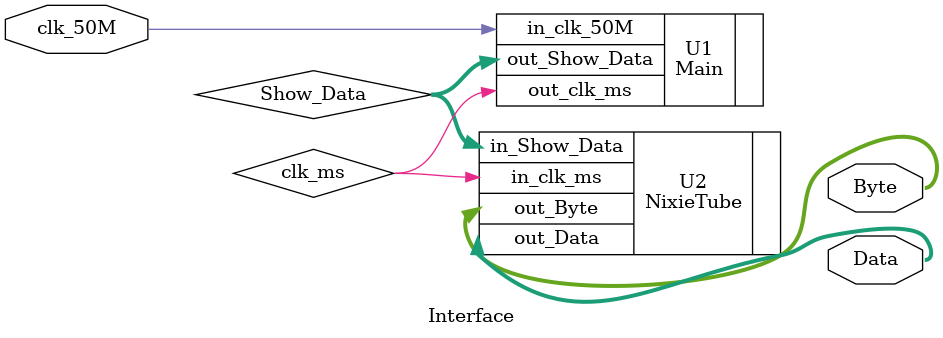
<source format=v>
/*******************************(C) COPYRIGHT 2016 Wind（谢玉伸）*********************************/
/**============================================================================
* @FileName    : Interface.v
* @Description : 顶层接口
* @Date        : 2016/10/27
* @By          : Wind（谢玉伸）
* @Email       : 1659567673@ qq.com
* @Platform    : Quartus II 15.0 (64-bit) (EP4CE15F23C8)
* @Explain     : None
*=============================================================================*/    
module Interface
( 
	/* Main ---------------------------*/
	input clk_50M, 
	
	/* Nixie_Tube ---------------------*/
	output [7:0]Data,//数码管数据
	output [5:0]Byte//数码管位 
	
);

wire clk_ms;  
wire [23:0]Show_Data;//6位数码管 0 ~ 999999

Main U1
(  
	.in_clk_50M(clk_50M),
	.out_clk_ms(clk_ms),
	.out_Show_Data(Show_Data)
	
);	


NixieTube U2
(  
	.in_Show_Data(Show_Data),
	.in_clk_ms(clk_ms),
	.out_Data(Data),
	.out_Byte(Byte)
	
);
 
 
 
 
 
 
endmodule
/*******************************(C) COPYRIGHT 2016 Wind（谢玉伸）*********************************/
  
  
  
  
  
 
  
  
</source>
